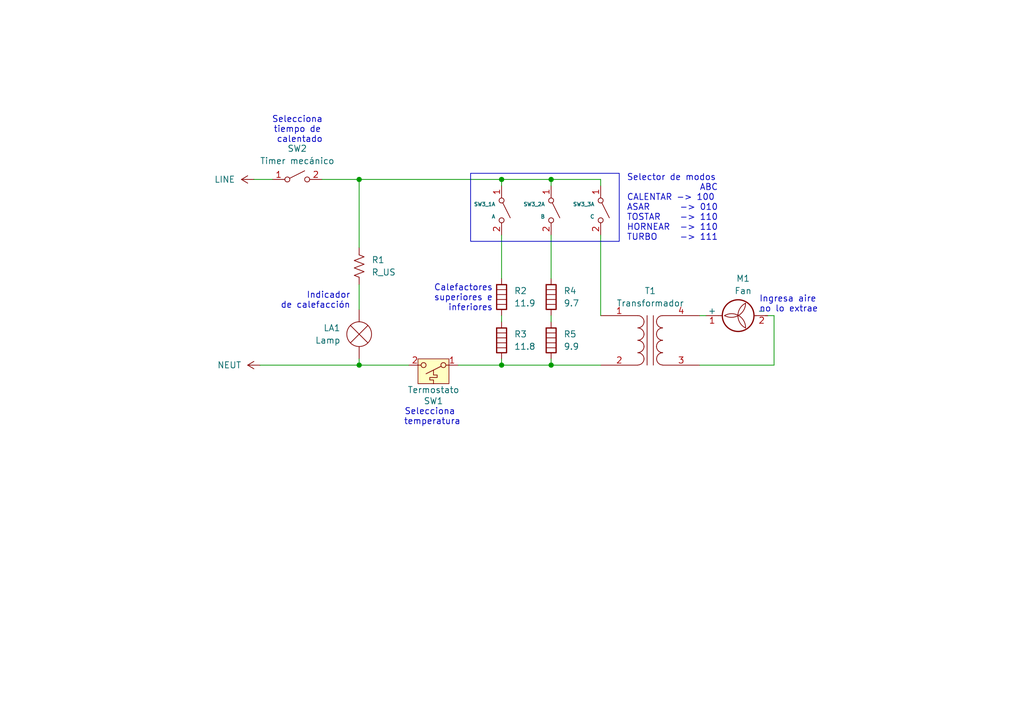
<source format=kicad_sch>
(kicad_sch (version 20250114) (generator "eeschema") (generator_version "9.0")
  (paper "A5")
  (title_block (title "Horno eléctrico sin modificar") (date "2025-03-23") (rev "Adrián Silva") (company "Inbiodroid"))
  (lib_symbols
    (symbol "Device:Heater" (pin_numbers (hide yes)) (pin_names (offset 0))
      (property "Reference" "R" (at 2.032 0 90))
      (property "Value" "Heater" (at -2.032 0 90))
      (symbol "Heater_0_1"
        (polyline (pts (xy -1.016 1.524) (xy 1.016 1.524)))
        (rectangle (start -1.016 -2.54) (end 1.016 2.54) (stroke (width 0.254)))
        (polyline (pts (xy 1.016 0.508) (xy -1.016 0.508)))
        (polyline (pts (xy 1.016 -0.508) (xy -1.016 -0.508)))
        (polyline (pts (xy 1.016 -1.524) (xy -1.016 -1.524)))
      )
      (symbol "Heater_1_1"
        (pin passive line (at 0 3.81 270) (length 1.27) (name "~") (number "1"))
        (pin passive line (at 0 -3.81 90) (length 1.27) (name "~") (number "2"))
      )
    )
    (symbol "Device:Lamp" (pin_numbers (hide yes)) (pin_names (offset 0.0254) (hide yes))
      (property "Reference" "LA" (at 0.635 3.81 0))
      (property "Value" "Lamp" (at 0.635 -3.81 0))
      (symbol "Lamp_0_1"
        (polyline (pts (xy -1.778 1.778) (xy 1.778 -1.778)))
        (circle (center 0 0) (radius 2.54))
        (polyline (pts (xy 1.778 1.778) (xy -1.778 -1.778)))
      )
      (symbol "Lamp_1_1"
        (pin passive line (at 0 5.08 270) (length 2.54) (name "+") (number "2"))
        (pin passive line (at 0 -5.08 90) (length 2.54) (name "-") (number "1"))
      )
    )
    (symbol "Device:R_US" (pin_numbers (hide yes)) (pin_names (offset 0))
      (property "Reference" "R" (at 2.54 0 90))
      (property "Value" "R_US" (at -2.54 0 90))
      (symbol "R_US_0_1"
        (polyline (pts (xy 0 2.286) (xy 0 2.54)))
        (polyline (pts (xy 0 2.286) (xy 1.016 1.905) (xy 0 1.524) (xy -1.016 1.143) (xy 0 0.762)))
        (polyline (pts (xy 0 0.762) (xy 1.016 0.381) (xy 0 0) (xy -1.016 -0.381) (xy 0 -0.762)))
        (polyline (pts (xy 0 -0.762) (xy 1.016 -1.143) (xy 0 -1.524) (xy -1.016 -1.905) (xy 0 -2.286)))
        (polyline (pts (xy 0 -2.286) (xy 0 -2.54)))
      )
      (symbol "R_US_1_1"
        (pin passive line (at 0 3.81 270) (length 1.27) (name "~") (number "1"))
        (pin passive line (at 0 -3.81 90) (length 1.27) (name "~") (number "2"))
      )
    )
    (symbol "Device:Transformer_1P_1S" (pin_names (offset 1.016) (hide yes))
      (property "Reference" "T" (at 0 6.35 0))
      (property "Value" "Transformer_1P_1S" (at 0 -7.62 0))
      (symbol "Transformer_1P_1S_0_1"
        (arc (start -1.27 3.81) (mid -1.656 2.9336) (end -2.54 2.5654))
        (arc (start -1.27 1.27) (mid -1.656 0.3936) (end -2.54 0.0254))
        (arc (start -1.27 -1.27) (mid -1.656 -2.1464) (end -2.54 -2.5146))
        (arc (start -1.27 -3.81) (mid -1.656 -4.6864) (end -2.54 -5.0546))
        (arc (start -2.54 5.08) (mid -1.642 4.708) (end -1.27 3.81))
        (arc (start -2.54 2.54) (mid -1.642 2.168) (end -1.27 1.27))
        (arc (start -2.54 0) (mid -1.642 -0.372) (end -1.27 -1.27))
        (arc (start -2.54 -2.54) (mid -1.642 -2.912) (end -1.27 -3.81))
        (polyline (pts (xy -0.635 5.08) (xy -0.635 -5.08)))
        (polyline (pts (xy 0.635 -5.08) (xy 0.635 5.08)))
        (arc (start 1.2954 3.81) (mid 1.6457 4.7117) (end 2.54 5.08))
        (arc (start 1.2954 1.27) (mid 1.6457 2.1717) (end 2.54 2.54))
        (arc (start 1.2954 -1.27) (mid 1.6457 -0.3683) (end 2.54 0))
        (arc (start 2.54 2.5654) (mid 1.6599 2.9299) (end 1.2954 3.81))
        (arc (start 2.54 0.0254) (mid 1.6599 0.3899) (end 1.2954 1.27))
        (arc (start 2.54 -2.5146) (mid 1.6599 -2.1501) (end 1.2954 -1.27))
        (arc (start 1.3208 -3.81) (mid 1.6711 -2.9085) (end 2.5654 -2.54))
        (arc (start 2.5654 -5.0546) (mid 1.6851 -4.6902) (end 1.3208 -3.81))
      )
      (symbol "Transformer_1P_1S_1_1"
        (pin passive line (at -10.16 5.08 0) (length 7.62) (name "AA") (number "1"))
        (pin passive line (at -10.16 -5.08 0) (length 7.62) (name "AB") (number "2"))
        (pin passive line (at 10.16 5.08 180) (length 7.62) (name "SB") (number "4"))
        (pin passive line (at 10.16 -5.08 180) (length 7.62) (name "SA") (number "3"))
      )
    )
    (symbol "Motor:Fan" (pin_names (offset 0))
      (property "Reference" "M" (at 2.54 5.08 0))
      (property "Value" "Fan" (at 2.54 -2.54 0))
      (symbol "Fan_0_1"
        (arc (start 0 3.81) (mid -0.0015 0.9048) (end -2.54 -0.508))
        (polyline (pts (xy 0 4.572) (xy 0 5.08)))
        (polyline (pts (xy 0 4.2672) (xy 0 4.6228)))
        (circle (center 0 1.016) (radius 3.2512) (stroke (width 0.254)))
        (arc (start -2.54 -0.508) (mid 0 1.0618) (end 2.54 -0.508))
        (polyline (pts (xy 0 -2.2352) (xy 0 -2.6416)))
        (polyline (pts (xy 0 -5.08) (xy 0 -4.572)))
        (arc (start 2.54 -0.508) (mid 0.047 0.9315) (end 0 3.81))
      )
      (symbol "Fan_1_1"
        (pin passive line (at 0 7.62 270) (length 2.54) (name "+") (number "1"))
        (pin passive line (at 0 -5.08 90) (length 2.54) (name "-") (number "2"))
      )
    )
    (symbol "Switch:SW_DPST_x2" (pin_names (offset 0) (hide yes))
      (property "Reference" "SW" (at 0 3.175 0))
      (property "Value" "SW_DPST_x2" (at 0 -2.54 0))
      (symbol "SW_DPST_x2_0_0"
        (circle (center -2.032 0) (radius 0.508))
        (polyline (pts (xy -1.524 0.254) (xy 1.524 1.778)))
        (circle (center 2.032 0) (radius 0.508))
      )
      (symbol "SW_DPST_x2_1_1"
        (pin passive line (at -5.08 0 0) (length 2.54) (name "A") (number "1"))
        (pin passive line (at 5.08 0 180) (length 2.54) (name "B") (number "2"))
      )
      (symbol "SW_DPST_x2_2_1"
        (pin passive line (at -5.08 0 0) (length 2.54) (name "A") (number "3"))
        (pin passive line (at 5.08 0 180) (length 2.54) (name "B") (number "4"))
      )
    )
    (symbol "Switch:SW_SPST" (pin_names (offset 0) (hide yes))
      (property "Reference" "SW" (at 0 3.175 0))
      (property "Value" "SW_SPST" (at 0 -2.54 0))
      (symbol "SW_SPST_0_0"
        (circle (center -2.032 0) (radius 0.508))
        (polyline (pts (xy -1.524 0.254) (xy 1.524 1.778)))
        (circle (center 2.032 0) (radius 0.508))
      )
      (symbol "SW_SPST_1_1"
        (pin passive line (at -5.08 0 0) (length 2.54) (name "A") (number "1"))
        (pin passive line (at 5.08 0 180) (length 2.54) (name "B") (number "2"))
      )
    )
    (symbol "Switch:SW_SPST_Temperature" (pin_names (offset 0) (hide yes))
      (property "Reference" "SW" (at 0 5.08 0))
      (property "Value" "SW_SPST_Temperature" (at 0 -2.54 0))
      (symbol "SW_SPST_Temperature_0_0"
        (circle (center -2.032 0) (radius 0.508))
        (polyline (pts (xy -1.524 0.254) (xy 1.524 1.778)))
        (polyline (pts (xy 0 1.016) (xy 0 2.032) (xy -0.762 2.032) (xy -0.762 2.54) (xy 0.762 2.54) (xy 0.762 3.048) (xy 0 3.048) (xy 0 3.81)))
        (circle (center 2.032 0) (radius 0.508))
      )
      (symbol "SW_SPST_Temperature_1_1"
        (rectangle (start -3.175 3.81) (end 3.175 -1.27) (fill (type background)))
        (pin passive line (at -5.08 0 0) (length 2.54) (name "A") (number "1"))
        (pin passive line (at 5.08 0 180) (length 2.54) (name "B") (number "2"))
      )
    )
    (symbol "power:LINE" (power) (pin_numbers (hide yes)) (pin_names (offset 0) (hide yes))
      (property "Value" "LINE" (at 0 3.556 0))
      (symbol "LINE_0_1"
        (polyline (pts (xy -0.762 1.27) (xy 0 2.54)))
        (polyline (pts (xy 0 2.54) (xy 0.762 1.27)))
        (polyline (pts (xy 0 0) (xy 0 2.54)))
      )
      (symbol "LINE_1_1"
        (pin power_in line (at 0 0 90) (length 0) (name "~") (number "1"))
      )
    )
    (symbol "power:NEUT" (power) (pin_numbers (hide yes)) (pin_names (offset 0) (hide yes))
      (property "Value" "NEUT" (at 0 3.556 0))
      (symbol "NEUT_0_1"
        (polyline (pts (xy -0.762 1.27) (xy 0 2.54)))
        (polyline (pts (xy 0 2.54) (xy 0.762 1.27)))
        (polyline (pts (xy 0 0) (xy 0 2.54)))
      )
      (symbol "NEUT_1_1"
        (pin power_in line (at 0 0 90) (length 0) (name "~") (number "1"))
      )
    )
  )
  (rectangle (start 96.52 35.56) (end 127 49.53))
  (text "Selecciona \ntemperatura" (at 88.646 85.598 0) (effects (font (size 1.27 1.27))))
  (text "Indicador\nde calefacción\n" (at 71.882 61.722 0) (effects (font (size 1.27 1.27)) (justify right)))
  (text "Calefactores\nsuperiores e\ninferiores" (at 101.092 61.214 0) (effects (font (size 1.27 1.27)) (justify right)))
  (text "Selecciona \ntiempo de \ncalentado" (at 61.468 26.67 0) (effects (font (size 1.27 1.27))))
  (text "Ingresa aire\nno lo extrae\n" (at 155.702 62.484 0) (effects (font (size 1.27 1.27)) (justify left)))
  (text "Selector de modos\n			ABC\nCALENTAR -> 100\nASAR	 -> 010\nTOSTAR 	 -> 110\nHORNEAR	 -> 110\nTURBO 	 -> 111" (at 128.524 42.672 0) (effects (font (size 1.27 1.27)) (justify left)))
  (junction (at 73.66 36.83))
  (junction (at 102.87 36.83))
  (junction (at 73.66 74.93))
  (junction (at 102.87 74.93))
  (junction (at 113.03 36.83))
  (junction (at 113.03 74.93))
  (wire (pts (xy 158.75 64.77) (xy 157.48 64.77)))
  (wire (pts (xy 53.34 74.93) (xy 73.66 74.93)))
  (wire (pts (xy 113.03 64.77) (xy 113.03 66.04)))
  (wire (pts (xy 113.03 74.93) (xy 123.19 74.93)))
  (wire (pts (xy 113.03 36.83) (xy 123.19 36.83)))
  (wire (pts (xy 113.03 74.93) (xy 113.03 73.66)))
  (wire (pts (xy 52.07 36.83) (xy 55.88 36.83)))
  (wire (pts (xy 66.04 36.83) (xy 73.66 36.83)))
  (wire (pts (xy 73.66 74.93) (xy 73.66 73.66)))
  (wire (pts (xy 102.87 36.83) (xy 102.87 38.1)))
  (wire (pts (xy 102.87 48.26) (xy 102.87 57.15)))
  (wire (pts (xy 158.75 74.93) (xy 143.51 74.93)))
  (wire (pts (xy 73.66 58.42) (xy 73.66 63.5)))
  (wire (pts (xy 73.66 74.93) (xy 83.82 74.93)))
  (wire (pts (xy 73.66 36.83) (xy 73.66 50.8)))
  (wire (pts (xy 123.19 38.1) (xy 123.19 36.83)))
  (wire (pts (xy 113.03 38.1) (xy 113.03 36.83)))
  (wire (pts (xy 73.66 36.83) (xy 102.87 36.83)))
  (wire (pts (xy 102.87 74.93) (xy 113.03 74.93)))
  (wire (pts (xy 102.87 73.66) (xy 102.87 74.93)))
  (wire (pts (xy 113.03 48.26) (xy 113.03 57.15)))
  (wire (pts (xy 102.87 36.83) (xy 113.03 36.83)))
  (wire (pts (xy 143.51 64.77) (xy 144.78 64.77)))
  (wire (pts (xy 158.75 64.77) (xy 158.75 74.93)))
  (wire (pts (xy 123.19 48.26) (xy 123.19 64.77)))
  (wire (pts (xy 102.87 64.77) (xy 102.87 66.04)))
  (wire (pts (xy 93.98 74.93) (xy 102.87 74.93)))
  (symbol (lib_id "Motor:Fan") (at 152.4 64.77 90) (unit 1)
    (property "Reference" "M1" (at 152.4 57.15 90))
    (property "Value" "Fan" (at 152.4 59.69 90))
    (property "Description" "Fan" (effects (hide yes)))
  )
  (symbol (lib_id "Device:Heater") (at 113.03 69.85 0) (unit 1)
    (property "Reference" "R5" (at 115.57 68.5799 0) (effects (justify left)))
    (property "Value" "9.9" (at 115.57 71.1199 0) (effects (justify left)))
    (property "Description" "Resistive heater" (effects (hide yes)))
  )
  (symbol (lib_id "power:NEUT") (at 53.34 74.93 90) (unit 1)
    (property "Reference" "#PWR02" (effects (hide yes)))
    (property "Value" "NEUT" (at 49.53 74.9299 90) (effects (justify left)))
    (property "Description" "Power symbol creates a global label with name \"NEUT\"" (effects (hide yes)))
  )
  (symbol (lib_id "Device:Heater") (at 102.87 60.96 0) (unit 1)
    (property "Reference" "R2" (at 105.41 59.6899 0) (effects (justify left)))
    (property "Value" "11.9" (at 105.41 62.2299 0) (effects (justify left)))
    (property "Description" "Resistive heater" (effects (hide yes)))
  )
  (symbol (lib_id "Switch:SW_SPST_Temperature") (at 88.9 74.93 180) (unit 1)
    (property "Reference" "SW1" (at 88.9 82.296 0))
    (property "Value" "Termostato" (at 88.9 80.01 0))
    (property "Description" "Single Pole Single Throw (SPST) switch, temperature dependent" (effects (hide yes)))
  )
  (symbol (lib_id "Switch:SW_DPST_x2") (at 102.87 43.18 270) (unit 1)
    (property "Reference" "SW3_1" (at 101.6 41.9099 90) (effects (font (size 0.762 0.762)) (justify right)))
    (property "Value" "A" (at 101.6 44.4499 90) (effects (font (size 0.762 0.762)) (justify right)))
    (property "Description" "Single Pole Single Throw (SPST) switch, separate symbol" (effects (hide yes)))
  )
  (symbol (lib_id "Device:Transformer_1P_1S") (at 133.35 69.85 0) (unit 1)
    (property "Reference" "T1" (at 133.3627 59.69 0))
    (property "Value" "Transformador" (at 133.3627 62.23 0))
    (property "Description" "Transformer, single primary, single secondary" (effects (hide yes)))
  )
  (symbol (lib_id "Switch:SW_SPST") (at 60.96 36.83 0) (unit 1)
    (property "Reference" "SW2" (at 60.96 30.48 0))
    (property "Value" "Timer mecánico" (at 60.96 33.02 0))
    (property "Description" "Single Pole Single Throw (SPST) switch" (effects (hide yes)))
  )
  (symbol (lib_id "Device:Heater") (at 102.87 69.85 0) (unit 1)
    (property "Reference" "R3" (at 105.41 68.5799 0) (effects (justify left)))
    (property "Value" "11.8" (at 105.41 71.1199 0) (effects (justify left)))
    (property "Description" "Resistive heater" (effects (hide yes)))
  )
  (symbol (lib_id "power:LINE") (at 52.07 36.83 90) (unit 1)
    (property "Reference" "#PWR01" (effects (hide yes)))
    (property "Value" "LINE" (at 48.26 36.8299 90) (effects (justify left)))
    (property "Description" "Power symbol creates a global label with name \"LINE\"" (effects (hide yes)))
  )
  (symbol (lib_id "Device:Heater") (at 113.03 60.96 0) (unit 1)
    (property "Reference" "R4" (at 115.57 59.6899 0) (effects (justify left)))
    (property "Value" "9.7" (at 115.57 62.2299 0) (effects (justify left)))
    (property "Description" "Resistive heater" (effects (hide yes)))
  )
  (symbol (lib_id "Device:R_US") (at 73.66 54.61 0) (unit 1)
    (property "Reference" "R1" (at 76.2 53.3399 0) (effects (justify left)))
    (property "Value" "R_US" (at 76.2 55.8799 0) (effects (justify left)))
    (property "Description" "Resistor, US symbol" (effects (hide yes)))
  )
  (symbol (lib_id "Switch:SW_DPST_x2") (at 113.03 43.18 270) (unit 1)
    (property "Reference" "SW3_2" (at 111.76 41.9099 90) (effects (font (size 0.762 0.762)) (justify right)))
    (property "Value" "B" (at 111.76 44.4499 90) (effects (font (size 0.762 0.762)) (justify right)))
    (property "Description" "Single Pole Single Throw (SPST) switch, separate symbol" (effects (hide yes)))
  )
  (symbol (lib_id "Device:Lamp") (at 73.66 68.58 0) (unit 1)
    (property "Reference" "LA1" (at 69.85 67.3099 0) (effects (justify right)))
    (property "Value" "Lamp" (at 69.85 69.8499 0) (effects (justify right)))
    (property "Description" "Lamp" (effects (hide yes)))
  )
  (symbol (lib_id "Switch:SW_DPST_x2") (at 123.19 43.18 270) (unit 1)
    (property "Reference" "SW3_3" (at 121.92 41.9099 90) (effects (font (size 0.762 0.762)) (justify right)))
    (property "Value" "C" (at 121.92 44.4499 90) (effects (font (size 0.762 0.762)) (justify right)))
    (property "Description" "Single Pole Single Throw (SPST) switch, separate symbol" (effects (hide yes)))
  )
)
</source>
